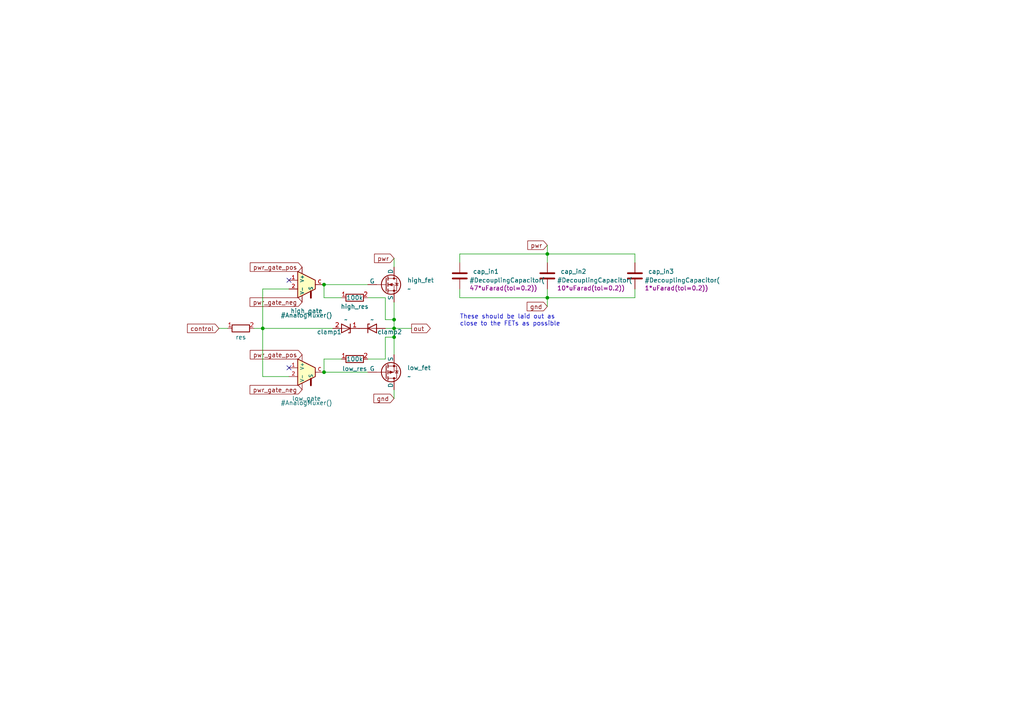
<source format=kicad_sch>
(kicad_sch (version 20231120) (generator "eeschema") (generator_version "8.0")
  (paper "A4")
  (lib_symbols
    (symbol "D_Zener_1" (pin_names (offset 1.016) hide)
      (property "Reference" "D" (at 0 2.54 0))
      (property "Value" "D_Zener" (at 0 -2.54 0))
      (symbol "D_Zener_1_0_1"
        (polyline (pts (xy 1.27 0) (xy -1.27 0)))
        (polyline (pts (xy -1.27 -1.27) (xy -1.27 1.27) (xy -0.762 1.27)) (stroke (width 0.254)))
        (polyline (pts (xy 1.27 -1.27) (xy 1.27 1.27) (xy -1.27 0) (xy 1.27 -1.27)) (stroke (width 0.254)))
      )
      (symbol "D_Zener_1_1_1"
        (pin passive line (at -3.81 0 0) (length 2.54) (name "K") (number "1"))
        (pin passive line (at 3.81 0 180) (length 2.54) (name "A") (number "2"))
      )
    )
    (symbol "Device:C" (pin_numbers hide) (pin_names (offset 0.254))
      (property "Reference" "C" (at 0.635 2.54 0))
      (property "Value" "C" (at 0.635 -2.54 0))
      (symbol "C_0_1"
        (polyline (pts (xy -2.032 -0.762) (xy 2.032 -0.762)) (stroke (width 0.508)))
        (polyline (pts (xy -2.032 0.762) (xy 2.032 0.762)) (stroke (width 0.508)))
      )
      (symbol "C_1_1"
        (pin passive line (at 0 3.81 270) (length 2.794) (name "~") (number "1"))
        (pin passive line (at 0 -3.81 90) (length 2.794) (name "~") (number "2"))
      )
    )
    (symbol "Device:D_Zener" (pin_numbers hide) (pin_names (offset 1.016) hide)
      (property "Reference" "D" (at 0 2.54 0))
      (property "Value" "D_Zener" (at 0 -2.54 0))
      (symbol "D_Zener_0_1"
        (polyline (pts (xy 1.27 0) (xy -1.27 0)))
        (polyline (pts (xy -1.27 -1.27) (xy -1.27 1.27) (xy -0.762 1.27)) (stroke (width 0.254)))
        (polyline (pts (xy 1.27 -1.27) (xy 1.27 1.27) (xy -1.27 0) (xy 1.27 -1.27)) (stroke (width 0.254)))
      )
      (symbol "D_Zener_1_1"
        (pin passive line (at -3.81 0 0) (length 2.54) (name "K") (number "1"))
        (pin passive line (at 3.81 0 180) (length 2.54) (name "A") (number "2"))
      )
    )
    (symbol "Device:Q_NMOS_DGS" (pin_numbers hide) (pin_names (offset 0))
      (property "Reference" "Q" (at 5.08 1.27 0))
      (property "Value" "Q_NMOS_DGS" (at 5.08 -1.27 0))
      (symbol "Q_NMOS_DGS_0_1"
        (polyline (pts (xy 0.254 0) (xy -2.54 0)))
        (polyline (pts (xy 0.254 1.905) (xy 0.254 -1.905)) (stroke (width 0.254)))
        (polyline (pts (xy 0.762 -1.27) (xy 0.762 -2.286)) (stroke (width 0.254)))
        (polyline (pts (xy 0.762 0.508) (xy 0.762 -0.508)) (stroke (width 0.254)))
        (polyline (pts (xy 0.762 2.286) (xy 0.762 1.27)) (stroke (width 0.254)))
        (polyline (pts (xy 2.54 2.54) (xy 2.54 1.778)))
        (polyline (pts (xy 2.54 -2.54) (xy 2.54 0) (xy 0.762 0)))
        (polyline (pts (xy 0.762 -1.778) (xy 3.302 -1.778) (xy 3.302 1.778) (xy 0.762 1.778)))
        (polyline (pts (xy 1.016 0) (xy 2.032 0.381) (xy 2.032 -0.381) (xy 1.016 0)) (fill (type outline)))
        (polyline (pts (xy 2.794 0.508) (xy 2.921 0.381) (xy 3.683 0.381) (xy 3.81 0.254)))
        (polyline (pts (xy 3.302 0.381) (xy 2.921 -0.254) (xy 3.683 -0.254) (xy 3.302 0.381)))
        (circle (center 1.651 0) (radius 2.794) (stroke (width 0.254)))
        (circle (center 2.54 -1.778) (radius 0.254) (fill (type outline)))
        (circle (center 2.54 1.778) (radius 0.254) (fill (type outline)))
      )
      (symbol "Q_NMOS_DGS_1_1"
        (pin passive line (at 2.54 5.08 270) (length 2.54) (name "D") (number "1"))
        (pin input line (at -5.08 0 0) (length 2.54) (name "G") (number "2"))
        (pin passive line (at 2.54 -5.08 90) (length 2.54) (name "S") (number "3"))
      )
    )
    (symbol "Device:Q_PMOS_DGS" (pin_numbers hide) (pin_names (offset 0))
      (property "Reference" "Q" (at 5.08 1.27 0))
      (property "Value" "Q_PMOS_DGS" (at 5.08 -1.27 0))
      (symbol "Q_PMOS_DGS_0_1"
        (polyline (pts (xy 0.254 0) (xy -2.54 0)))
        (polyline (pts (xy 0.254 1.905) (xy 0.254 -1.905)) (stroke (width 0.254)))
        (polyline (pts (xy 0.762 -1.27) (xy 0.762 -2.286)) (stroke (width 0.254)))
        (polyline (pts (xy 0.762 0.508) (xy 0.762 -0.508)) (stroke (width 0.254)))
        (polyline (pts (xy 0.762 2.286) (xy 0.762 1.27)) (stroke (width 0.254)))
        (polyline (pts (xy 2.54 2.54) (xy 2.54 1.778)))
        (polyline (pts (xy 2.54 -2.54) (xy 2.54 0) (xy 0.762 0)))
        (polyline (pts (xy 0.762 1.778) (xy 3.302 1.778) (xy 3.302 -1.778) (xy 0.762 -1.778)))
        (polyline (pts (xy 2.286 0) (xy 1.27 0.381) (xy 1.27 -0.381) (xy 2.286 0)) (fill (type outline)))
        (polyline (pts (xy 2.794 -0.508) (xy 2.921 -0.381) (xy 3.683 -0.381) (xy 3.81 -0.254)))
        (polyline (pts (xy 3.302 -0.381) (xy 2.921 0.254) (xy 3.683 0.254) (xy 3.302 -0.381)))
        (circle (center 1.651 0) (radius 2.794) (stroke (width 0.254)))
        (circle (center 2.54 -1.778) (radius 0.254) (fill (type outline)))
        (circle (center 2.54 1.778) (radius 0.254) (fill (type outline)))
      )
      (symbol "Q_PMOS_DGS_1_1"
        (pin passive line (at 2.54 5.08 270) (length 2.54) (name "D") (number "1"))
        (pin input line (at -5.08 0 0) (length 2.54) (name "G") (number "2"))
        (pin passive line (at 2.54 -5.08 90) (length 2.54) (name "S") (number "3"))
      )
    )
    (symbol "R_1" (pin_names (offset 0))
      (property "Reference" "R" (at 2.032 0 90))
      (property "Value" "R_1" (at 0 0 90))
      (symbol "R_1_0_1"
        (rectangle (start -1.016 -2.54) (end 1.016 2.54) (stroke (width 0.254)))
      )
      (symbol "R_1_1_1"
        (pin passive line (at 0 3.81 270) (length 1.27) (name "~") (number "1"))
        (pin passive line (at 0 -3.81 90) (length 1.27) (name "~") (number "2"))
      )
    )
    (symbol "edg_importable:Mux2" (pin_names (offset 0.254))
      (property "Reference" "U" (at -2.54 2.54 0))
      (property "Value" "Mux2" (at -5.08 -2.54 0))
      (symbol "Mux2_0_1"
        (polyline (pts (xy -1.27 -1.905) (xy -1.27 -3.81)) (stroke (width 0.5)))
        (polyline (pts (xy -2.54 1.27) (xy -2.54 -1.27) (xy 2.54 -3.81) (xy 2.54 0.635) (xy 2.54 1.27) (xy 2.54 1.905) (xy 2.54 3.81) (xy -2.54 1.27)) (stroke (width 0.254)) (fill (type background)))
      )
      (symbol "Mux2_1_1"
        (pin input line (at -1.27 -3.81 90) (length 1.905) (name "S") (number ""))
        (pin input line (at 1.27 5.08 270) (length 1.905) (name "V+") (number ""))
        (pin input line (at 1.27 -5.08 90) (length 1.905) (name "V-") (number ""))
        (pin passive line (at 5.08 1.27 180) (length 2.54) (name "~") (number "1"))
        (pin passive line (at 5.08 -1.27 180) (length 2.54) (name "~") (number "2"))
        (pin passive line (at -5.08 0 0) (length 2.54) (name "~") (number "C"))
      )
    )
  )
  (junction (at 158.75 73.66))
  (junction (at 114.3 95.25))
  (junction (at 158.75 86.36))
  (junction (at 76.2 95.25))
  (junction (at 114.3 92.71))
  (junction (at 114.3 97.79))
  (junction (at 93.98 107.95))
  (junction (at 93.98 82.55))
  (no_connect (at 83.82 106.68))
  (no_connect (at 83.82 81.28))
  (wire (pts (xy 114.3 95.25) (xy 114.3 97.79)))
  (wire (pts (xy 76.2 109.22) (xy 83.82 109.22)))
  (wire (pts (xy 158.75 86.36) (xy 158.75 88.9)))
  (wire (pts (xy 99.06 104.14) (xy 93.98 104.14)))
  (wire (pts (xy 114.3 115.57) (xy 114.3 113.03)))
  (wire (pts (xy 99.06 86.36) (xy 93.98 86.36)))
  (wire (pts (xy 158.75 73.66) (xy 158.75 76.2)))
  (wire (pts (xy 158.75 71.12) (xy 158.75 73.66)))
  (wire (pts (xy 133.35 73.66) (xy 158.75 73.66)))
  (wire (pts (xy 158.75 86.36) (xy 184.15 86.36)))
  (wire (pts (xy 93.98 107.95) (xy 106.68 107.95)))
  (wire (pts (xy 106.68 86.36) (xy 111.76 86.36)))
  (wire (pts (xy 76.2 95.25) (xy 76.2 109.22)))
  (wire (pts (xy 184.15 73.66) (xy 184.15 76.2)))
  (wire (pts (xy 114.3 102.87) (xy 114.3 97.79)))
  (wire (pts (xy 114.3 92.71) (xy 114.3 95.25)))
  (wire (pts (xy 133.35 73.66) (xy 133.35 76.2)))
  (wire (pts (xy 158.75 73.66) (xy 184.15 73.66)))
  (wire (pts (xy 133.35 86.36) (xy 158.75 86.36)))
  (wire (pts (xy 114.3 95.25) (xy 119.38 95.25)))
  (wire (pts (xy 93.98 104.14) (xy 93.98 107.95)))
  (wire (pts (xy 111.76 104.14) (xy 111.76 97.79)))
  (wire (pts (xy 133.35 83.82) (xy 133.35 86.36)))
  (wire (pts (xy 106.68 104.14) (xy 111.76 104.14)))
  (wire (pts (xy 158.75 83.82) (xy 158.75 86.36)))
  (wire (pts (xy 83.82 83.82) (xy 76.2 83.82)))
  (wire (pts (xy 111.76 92.71) (xy 114.3 92.71)))
  (wire (pts (xy 73.66 95.25) (xy 76.2 95.25)))
  (wire (pts (xy 106.68 82.55) (xy 93.98 82.55)))
  (wire (pts (xy 76.2 95.25) (xy 96.52 95.25)))
  (wire (pts (xy 111.76 86.36) (xy 111.76 92.71)))
  (wire (pts (xy 111.76 97.79) (xy 114.3 97.79)))
  (wire (pts (xy 184.15 86.36) (xy 184.15 83.82)))
  (wire (pts (xy 111.76 95.25) (xy 114.3 95.25)))
  (wire (pts (xy 93.98 86.36) (xy 93.98 82.55)))
  (wire (pts (xy 114.3 74.93) (xy 114.3 77.47)))
  (wire (pts (xy 63.5 95.25) (xy 66.04 95.25)))
  (wire (pts (xy 114.3 87.63) (xy 114.3 92.71)))
  (wire (pts (xy 76.2 83.82) (xy 76.2 95.25)))
  (text "These should be laid out as \nclose to the FETs as possible" (at 133.35 92.964 0) (effects (font (size 1.27 1.27)) (justify left)))
  (global_label "control" (shape input) (at 63.5 95.25 180) (property "Intersheetrefs" "${INTERSHEET_REFS}" (effects (hide yes))))
  (global_label "pwr_gate_neg" (shape input) (at 87.63 113.03 180) (property "Intersheetrefs" "${INTERSHEET_REFS}" (effects (hide yes))))
  (global_label "pwr" (shape input) (at 158.75 71.12 180) (property "Intersheetrefs" "${INTERSHEET_REFS}" (effects (hide yes))))
  (global_label "pwr_gate_pos" (shape input) (at 87.63 77.47 180) (property "Intersheetrefs" "${INTERSHEET_REFS}" (effects (hide yes))))
  (global_label "out" (shape output) (at 119.38 95.25 0) (property "Intersheetrefs" "${INTERSHEET_REFS}" (effects (hide yes))))
  (global_label "gnd" (shape input) (at 114.3 115.57 180) (property "Intersheetrefs" "${INTERSHEET_REFS}" (effects (hide yes))))
  (global_label "pwr" (shape input) (at 114.3 74.93 180) (property "Intersheetrefs" "${INTERSHEET_REFS}" (effects (hide yes))))
  (global_label "pwr_gate_pos" (shape input) (at 87.63 102.87 180) (property "Intersheetrefs" "${INTERSHEET_REFS}" (effects (hide yes))))
  (global_label "pwr_gate_neg" (shape input) (at 87.63 87.63 180) (property "Intersheetrefs" "${INTERSHEET_REFS}" (effects (hide yes))))
  (global_label "gnd" (shape input) (at 158.75 88.9 180) (property "Intersheetrefs" "${INTERSHEET_REFS}" (effects (hide yes))))
  (symbol (lib_id "edg_importable:Mux2") (at 88.9 82.55 0) (mirror y) (unit 1)
    (property "Reference" "high_gate" (at 88.9 90.17 0))
    (property "Value" "#AnalogMuxer()" (at 88.9 91.44 0))
  )
  (symbol (lib_name "D_Zener_1") (lib_id "Device:D_Zener") (at 100.33 95.25 180) (unit 1)
    (property "Reference" "clamp1" (at 95.504 96.266 0))
    (property "Value" "~" (at 100.33 92.71 0))
  )
  (symbol (lib_id "Device:Q_PMOS_DGS") (at 111.76 107.95 0) (mirror x) (unit 1)
    (property "Reference" "low_fet" (at 118.11 106.68 0) (effects (justify left)))
    (property "Value" "~" (at 118.11 109.2199 0) (effects (justify left)))
  )
  (symbol (lib_name "R_1") (lib_id "Device:R") (at 102.87 86.36 90) (unit 1)
    (property "Reference" "high_res" (at 102.87 88.9 90))
    (property "Value" "100k" (at 102.87 86.36 90))
  )
  (symbol (lib_id "Device:C") (at 184.15 80.01 0) (unit 1)
    (property "Reference" "cap_in3" (at 187.96 78.7399 0) (effects (justify left)))
    (property "Value" "#DecouplingCapacitor(" (at 186.944 81.28 0) (effects (justify left)))
    (property "Description" "Unpolarized capacitor" (effects (hide yes)))
    (property "Value2" "1*uFarad(tol=0.2))" (at 186.944 83.566 0) (effects (justify left)))
  )
  (symbol (lib_id "Device:D_Zener") (at 107.95 95.25 0) (unit 1)
    (property "Reference" "clamp2" (at 113.03 96.266 0))
    (property "Value" "~" (at 107.95 92.71 0))
  )
  (symbol (lib_name "R_1") (lib_id "Device:R") (at 102.87 104.14 90) (unit 1)
    (property "Reference" "low_res" (at 102.87 106.934 90))
    (property "Value" "100k" (at 102.87 104.14 90))
  )
  (symbol (lib_id "Device:C") (at 133.35 80.01 0) (unit 1)
    (property "Reference" "cap_in1" (at 137.16 78.7399 0) (effects (justify left)))
    (property "Value" "#DecouplingCapacitor(" (at 136.144 81.28 0) (effects (justify left)))
    (property "Description" "Unpolarized capacitor" (effects (hide yes)))
    (property "Value2" "47*uFarad(tol=0.2))" (at 136.144 83.566 0) (effects (justify left)))
  )
  (symbol (lib_id "edg_importable:Mux2") (at 88.9 107.95 0) (mirror y) (unit 1)
    (property "Reference" "low_gate" (at 88.9 115.57 0))
    (property "Value" "#AnalogMuxer()" (at 88.9 116.84 0))
  )
  (symbol (lib_id "Device:C") (at 158.75 80.01 0) (unit 1)
    (property "Reference" "cap_in2" (at 162.56 78.7399 0) (effects (justify left)))
    (property "Value" "#DecouplingCapacitor(" (at 161.544 81.28 0) (effects (justify left)))
    (property "Description" "Unpolarized capacitor" (effects (hide yes)))
    (property "Value2" "10*uFarad(tol=0.2))" (at 161.544 83.566 0) (effects (justify left)))
  )
  (symbol (lib_name "R_1") (lib_id "Device:R") (at 69.85 95.25 90) (unit 1)
    (property "Reference" "res" (at 69.85 97.79 90))
  )
  (symbol (lib_id "Device:Q_NMOS_DGS") (at 111.76 82.55 0) (unit 1)
    (property "Reference" "high_fet" (at 118.11 81.2799 0) (effects (justify left)))
    (property "Value" "~" (at 118.11 83.8199 0) (effects (justify left)))
  )
)
</source>
